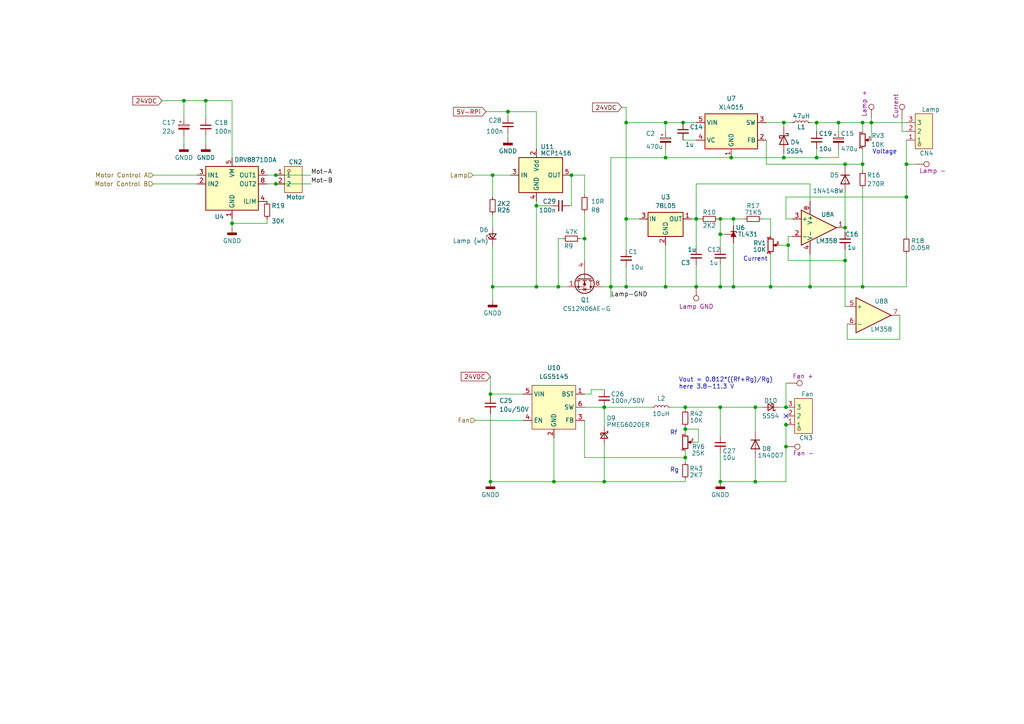
<source format=kicad_sch>
(kicad_sch (version 20230121) (generator eeschema)
  (paper "A4")
  (lib_symbols
    (symbol "Amplifier_Operational:LM358" (pin_names (offset 0.127))
      (property "Reference" "U" (at 0 5.08 0))
      (property "Value" "LM358" (at 0 -5.08 0))
      (symbol "LM358_1_1"
        (polyline (pts (xy -5.08 5.08) (xy 5.08 0) (xy -5.08 -5.08) (xy -5.08 5.08)) (stroke (width 0.254)) (fill (type background)))
        (pin output line (at 7.62 0 180) (length 2.54) (name "~") (number "1"))
        (pin input line (at -7.62 -2.54 0) (length 2.54) (name "-") (number "2"))
        (pin input line (at -7.62 2.54 0) (length 2.54) (name "+") (number "3"))
      )
      (symbol "LM358_2_1"
        (polyline (pts (xy -5.08 5.08) (xy 5.08 0) (xy -5.08 -5.08) (xy -5.08 5.08)) (stroke (width 0.254)) (fill (type background)))
        (pin input line (at -7.62 2.54 0) (length 2.54) (name "+") (number "5"))
        (pin input line (at -7.62 -2.54 0) (length 2.54) (name "-") (number "6"))
        (pin output line (at 7.62 0 180) (length 2.54) (name "~") (number "7"))
      )
      (symbol "LM358_3_1"
        (pin power_in line (at -2.54 -7.62 90) (length 3.81) (name "V-") (number "4"))
        (pin power_in line (at -2.54 7.62 270) (length 3.81) (name "V+") (number "8"))
      )
    )
    (symbol "Device:C_Polarized_Small" (pin_numbers hide) (pin_names (offset 0.254) hide)
      (property "Reference" "C" (at 0.254 1.778 0))
      (property "Value" "C_Polarized_Small" (at 0.254 -2.032 0))
      (symbol "C_Polarized_Small_0_1"
        (rectangle (start -1.524 -0.3048) (end 1.524 -0.6858) (fill (type outline)))
        (rectangle (start -1.524 0.6858) (end 1.524 0.3048))
        (polyline (pts (xy -1.27 1.524) (xy -0.762 1.524)))
        (polyline (pts (xy -1.016 1.27) (xy -1.016 1.778)))
      )
      (symbol "C_Polarized_Small_1_1"
        (pin passive line (at 0 2.54 270) (length 1.8542) (name "~") (number "1"))
        (pin passive line (at 0 -2.54 90) (length 1.8542) (name "~") (number "2"))
      )
    )
    (symbol "Device:C_Small" (pin_numbers hide) (pin_names (offset 0.254) hide)
      (property "Reference" "C" (at 0.254 1.778 0))
      (property "Value" "C_Small" (at 0.254 -2.032 0))
      (symbol "C_Small_0_1"
        (polyline (pts (xy -1.524 -0.508) (xy 1.524 -0.508)) (stroke (width 0.3302)))
        (polyline (pts (xy -1.524 0.508) (xy 1.524 0.508)) (stroke (width 0.3048)))
      )
      (symbol "C_Small_1_1"
        (pin passive line (at 0 2.54 270) (length 2.032) (name "~") (number "1"))
        (pin passive line (at 0 -2.54 90) (length 2.032) (name "~") (number "2"))
      )
    )
    (symbol "Device:D_Schottky" (pin_numbers hide) (pin_names (offset 1.016) hide)
      (property "Reference" "D" (at 0 2.54 0))
      (property "Value" "D_Schottky" (at 0 -2.54 0))
      (symbol "D_Schottky_0_1"
        (polyline (pts (xy 1.27 0) (xy -1.27 0)))
        (polyline (pts (xy 1.27 1.27) (xy 1.27 -1.27) (xy -1.27 0) (xy 1.27 1.27)) (stroke (width 0.254)))
        (polyline (pts (xy -1.905 0.635) (xy -1.905 1.27) (xy -1.27 1.27) (xy -1.27 -1.27) (xy -0.635 -1.27) (xy -0.635 -0.635)) (stroke (width 0.254)))
      )
      (symbol "D_Schottky_1_1"
        (pin passive line (at -3.81 0 0) (length 2.54) (name "K") (number "1"))
        (pin passive line (at 3.81 0 180) (length 2.54) (name "A") (number "2"))
      )
    )
    (symbol "Device:D_Schottky_Small" (pin_numbers hide) (pin_names (offset 0.254) hide)
      (property "Reference" "D" (at -1.27 2.032 0))
      (property "Value" "D_Schottky_Small" (at -7.112 -2.032 0))
      (symbol "D_Schottky_Small_0_1"
        (polyline (pts (xy -0.762 0) (xy 0.762 0)))
        (polyline (pts (xy 0.762 -1.016) (xy -0.762 0) (xy 0.762 1.016) (xy 0.762 -1.016)) (stroke (width 0.254)))
        (polyline (pts (xy -1.27 0.762) (xy -1.27 1.016) (xy -0.762 1.016) (xy -0.762 -1.016) (xy -0.254 -1.016) (xy -0.254 -0.762)) (stroke (width 0.254)))
      )
      (symbol "D_Schottky_Small_1_1"
        (pin passive line (at -2.54 0 0) (length 1.778) (name "K") (number "1"))
        (pin passive line (at 2.54 0 180) (length 1.778) (name "A") (number "2"))
      )
    )
    (symbol "Device:LED_Small" (pin_numbers hide) (pin_names (offset 0.254) hide)
      (property "Reference" "D" (at -1.27 3.175 0))
      (property "Value" "LED_Small" (at -4.445 -2.54 0))
      (symbol "LED_Small_0_1"
        (polyline (pts (xy -0.762 -1.016) (xy -0.762 1.016)) (stroke (width 0.254)))
        (polyline (pts (xy 1.016 0) (xy -0.762 0)))
        (polyline (pts (xy 0.762 -1.016) (xy -0.762 0) (xy 0.762 1.016) (xy 0.762 -1.016)) (stroke (width 0.254)))
        (polyline (pts (xy 0 0.762) (xy -0.508 1.27) (xy -0.254 1.27) (xy -0.508 1.27) (xy -0.508 1.016)))
        (polyline (pts (xy 0.508 1.27) (xy 0 1.778) (xy 0.254 1.778) (xy 0 1.778) (xy 0 1.524)))
      )
      (symbol "LED_Small_1_1"
        (pin passive line (at -2.54 0 0) (length 1.778) (name "K") (number "1"))
        (pin passive line (at 2.54 0 180) (length 1.778) (name "A") (number "2"))
      )
    )
    (symbol "Device:L_Small" (pin_numbers hide) (pin_names (offset 0.254) hide)
      (property "Reference" "L" (at 0.762 1.016 0))
      (property "Value" "L_Small" (at 0.762 -1.016 0))
      (symbol "L_Small_0_1"
        (arc (start 0 -2.032) (mid 0.5058 -1.524) (end 0 -1.016))
        (arc (start 0 -1.016) (mid 0.5058 -0.508) (end 0 0))
        (arc (start 0 0) (mid 0.5058 0.508) (end 0 1.016))
        (arc (start 0 1.016) (mid 0.5058 1.524) (end 0 2.032))
      )
      (symbol "L_Small_1_1"
        (pin passive line (at 0 2.54 270) (length 0.508) (name "~") (number "1"))
        (pin passive line (at 0 -2.54 90) (length 0.508) (name "~") (number "2"))
      )
    )
    (symbol "Device:R_Potentiometer_Small" (pin_names (offset 1.016) hide)
      (property "Reference" "RV" (at -4.445 0 90))
      (property "Value" "R_Potentiometer_Small" (at -2.54 0 90))
      (symbol "R_Potentiometer_Small_0_1"
        (polyline (pts (xy 0.889 0) (xy 0.635 0) (xy 1.651 0.381) (xy 1.651 -0.381) (xy 0.635 0) (xy 0.889 0)) (fill (type outline)))
        (rectangle (start 0.762 1.8034) (end -0.762 -1.8034) (stroke (width 0.254)))
      )
      (symbol "R_Potentiometer_Small_1_1"
        (pin passive line (at 0 2.54 270) (length 0.635) (name "1") (number "1"))
        (pin passive line (at 2.54 0 180) (length 0.9906) (name "2") (number "2"))
        (pin passive line (at 0 -2.54 90) (length 0.635) (name "3") (number "3"))
      )
    )
    (symbol "Device:R_Small" (pin_numbers hide) (pin_names (offset 0.254) hide)
      (property "Reference" "R" (at 0.762 0.508 0))
      (property "Value" "R_Small" (at 0.762 -1.016 0))
      (symbol "R_Small_0_1"
        (rectangle (start -0.762 1.778) (end 0.762 -1.778) (stroke (width 0.2032)))
      )
      (symbol "R_Small_1_1"
        (pin passive line (at 0 2.54 270) (length 0.762) (name "~") (number "1"))
        (pin passive line (at 0 -2.54 90) (length 0.762) (name "~") (number "2"))
      )
    )
    (symbol "Diode:1N4001" (pin_numbers hide) (pin_names hide)
      (property "Reference" "D" (at 0 2.54 0))
      (property "Value" "1N4001" (at 0 -2.54 0))
      (symbol "1N4001_0_1"
        (polyline (pts (xy -1.27 1.27) (xy -1.27 -1.27)) (stroke (width 0.254)))
        (polyline (pts (xy 1.27 0) (xy -1.27 0)))
        (polyline (pts (xy 1.27 1.27) (xy 1.27 -1.27) (xy -1.27 0) (xy 1.27 1.27)) (stroke (width 0.254)))
      )
      (symbol "1N4001_1_1"
        (pin passive line (at -3.81 0 0) (length 2.54) (name "K") (number "1"))
        (pin passive line (at 3.81 0 180) (length 2.54) (name "A") (number "2"))
      )
    )
    (symbol "Diode:1N4448W" (pin_numbers hide) (pin_names hide)
      (property "Reference" "D" (at 0 2.54 0))
      (property "Value" "1N4448W" (at 0 -2.54 0))
      (symbol "1N4448W_0_1"
        (polyline (pts (xy -1.27 1.27) (xy -1.27 -1.27)) (stroke (width 0.254)))
        (polyline (pts (xy 1.27 0) (xy -1.27 0)))
        (polyline (pts (xy 1.27 1.27) (xy 1.27 -1.27) (xy -1.27 0) (xy 1.27 1.27)) (stroke (width 0.254)))
      )
      (symbol "1N4448W_1_1"
        (pin passive line (at -3.81 0 0) (length 2.54) (name "K") (number "1"))
        (pin passive line (at 3.81 0 180) (length 2.54) (name "A") (number "2"))
      )
    )
    (symbol "Driver_FET:MCP1416"
      (property "Reference" "U11" (at 3.175 8.255 0))
      (property "Value" "MCP1416" (at 5.715 6.35 0))
      (symbol "MCP1416_0_1"
        (rectangle (start -5.08 5.08) (end 7.62 -5.08) (stroke (width 0.254)) (fill (type background)))
      )
      (symbol "MCP1416_1_1"
        (pin power_in line (at 7.62 -2.54 180) (length 2.54) hide (name "GND") (number "1"))
        (pin power_in line (at 0 7.62 270) (length 2.54) (name "Vdd") (number "2"))
        (pin input line (at -7.62 0 0) (length 2.54) (name "IN") (number "3"))
        (pin power_in line (at 0 -7.62 90) (length 2.54) (name "GND") (number "4"))
        (pin output line (at 10.16 0 180) (length 2.54) (name "OUT") (number "5"))
      )
    )
    (symbol "Driver_Motor:DRV8871DDA"
      (property "Reference" "U" (at -6.35 6.35 0))
      (property "Value" "DRV8871DDA" (at 8.89 6.35 0))
      (symbol "DRV8871DDA_0_1"
        (rectangle (start -7.62 5.08) (end 7.62 -7.62) (stroke (width 0.254)) (fill (type background)))
      )
      (symbol "DRV8871DDA_1_1"
        (pin power_in line (at 0 -10.16 90) (length 2.54) (name "GND") (number "1"))
        (pin input line (at -10.16 0 0) (length 2.54) (name "IN2") (number "2"))
        (pin input line (at -10.16 2.54 0) (length 2.54) (name "IN1") (number "3"))
        (pin passive line (at 10.16 -5.08 180) (length 2.54) (name "ILIM") (number "4"))
        (pin power_in line (at 0 7.62 270) (length 2.54) (name "VM") (number "5"))
        (pin output line (at 10.16 2.54 180) (length 2.54) (name "OUT1") (number "6"))
        (pin passive line (at 0 -10.16 90) (length 2.54) hide (name "GND") (number "7"))
        (pin output line (at 10.16 0 180) (length 2.54) (name "OUT2") (number "8"))
        (pin passive line (at 0 -10.16 90) (length 2.54) hide (name "GND") (number "9"))
      )
    )
    (symbol "Peacemans_Teile:TestPoint_named" (pin_numbers hide) (pin_names (offset 0.762) hide)
      (symbol "TestPoint_named_0_1"
        (circle (center 0 3.302) (radius 0.762))
      )
      (symbol "TestPoint_named_1_1"
        (pin passive line (at 0 0 90) (length 2.54) (name "1") (number "1"))
      )
    )
    (symbol "Reference_Voltage:TL431DBZ" (pin_numbers hide) (pin_names hide)
      (property "Reference" "U" (at -2.54 2.54 0))
      (property "Value" "TL431DBZ" (at 0 -2.54 0))
      (symbol "TL431DBZ_0_1"
        (polyline (pts (xy -1.27 0) (xy 0 0) (xy 1.27 0)))
        (polyline (pts (xy -0.762 0.762) (xy 0.762 0) (xy -0.762 -0.762)) (fill (type outline)))
        (polyline (pts (xy 0.508 -1.016) (xy 0.762 -0.762) (xy 0.762 0.762) (xy 0.762 0.762)) (stroke (width 0.254)))
      )
      (symbol "TL431DBZ_1_1"
        (pin passive line (at 2.54 0 180) (length 2.54) (name "K") (number "1"))
        (pin passive line (at 0 2.54 270) (length 2.54) (name "REF") (number "2"))
        (pin passive line (at -2.54 0 0) (length 2.54) (name "A") (number "3"))
      )
    )
    (symbol "Regulator_Linear:L78L05_SOT89" (pin_names (offset 0.254))
      (property "Reference" "U" (at -3.81 3.175 0))
      (property "Value" "L78L05_SOT89" (at -0.635 3.175 0))
      (symbol "L78L05_SOT89_0_1"
        (rectangle (start -5.08 1.905) (end 5.08 -5.08) (stroke (width 0.254)) (fill (type background)))
      )
      (symbol "L78L05_SOT89_1_1"
        (pin power_out line (at 7.62 0 180) (length 2.54) (name "OUT") (number "1"))
        (pin power_in line (at 0 -7.62 90) (length 2.54) (name "GND") (number "2"))
        (pin power_in line (at -7.62 0 0) (length 2.54) (name "IN") (number "3"))
      )
    )
    (symbol "Regulator_Switching:XL4015"
      (property "Reference" "U?" (at -6.35 6.35 0))
      (property "Value" "XL4015" (at 6.35 6.35 0))
      (symbol "XL4015_0_1"
        (rectangle (start -7.62 5.08) (end 7.62 -5.08) (stroke (width 0.254)) (fill (type background)))
      )
      (symbol "XL4015_1_1"
        (pin power_in line (at 0 -7.62 90) (length 2.54) (name "GND") (number "1"))
        (pin input line (at 10.16 -2.54 180) (length 2.54) (name "FB") (number "2"))
        (pin power_out line (at 10.16 2.54 180) (length 2.54) (name "SW") (number "3"))
        (pin input line (at -10.16 -2.54 0) (length 2.54) (name "VC") (number "4"))
        (pin power_in line (at -10.16 2.54 0) (length 2.54) (name "VIN") (number "5"))
      )
    )
    (symbol "Transistor_FET:IRF7403" (pin_names hide)
      (property "Reference" "Q" (at 5.08 2.54 0))
      (property "Value" "IRF7403" (at 5.08 0 0))
      (symbol "IRF7403_0_1"
        (polyline (pts (xy 0.254 0) (xy -2.54 0)))
        (polyline (pts (xy 0.254 1.905) (xy 0.254 -1.905)) (stroke (width 0.254)))
        (polyline (pts (xy 0.762 -1.27) (xy 0.762 -2.286)) (stroke (width 0.254)))
        (polyline (pts (xy 0.762 0.508) (xy 0.762 -0.508)) (stroke (width 0.254)))
        (polyline (pts (xy 0.762 2.286) (xy 0.762 1.27)) (stroke (width 0.254)))
        (polyline (pts (xy 2.54 2.54) (xy 2.54 1.778)))
        (polyline (pts (xy 2.54 -2.54) (xy 2.54 0) (xy 0.762 0)))
        (polyline (pts (xy 0.762 -1.778) (xy 3.302 -1.778) (xy 3.302 1.778) (xy 0.762 1.778)))
        (polyline (pts (xy 1.016 0) (xy 2.032 0.381) (xy 2.032 -0.381) (xy 1.016 0)) (fill (type outline)))
        (polyline (pts (xy 2.794 0.508) (xy 2.921 0.381) (xy 3.683 0.381) (xy 3.81 0.254)))
        (polyline (pts (xy 3.302 0.381) (xy 2.921 -0.254) (xy 3.683 -0.254) (xy 3.302 0.381)))
        (circle (center 1.651 0) (radius 2.794) (stroke (width 0.254)))
        (circle (center 2.54 -1.778) (radius 0.254) (fill (type outline)))
        (circle (center 2.54 1.778) (radius 0.254) (fill (type outline)))
      )
      (symbol "IRF7403_1_1"
        (pin passive line (at 2.54 -5.08 90) (length 2.54) (name "S") (number "1"))
        (pin passive line (at 2.54 -5.08 90) (length 2.54) hide (name "S") (number "2"))
        (pin passive line (at 2.54 -5.08 90) (length 2.54) hide (name "S") (number "3"))
        (pin input line (at -5.08 0 0) (length 2.54) (name "G") (number "4"))
        (pin passive line (at 2.54 5.08 270) (length 2.54) hide (name "D") (number "5"))
        (pin passive line (at 2.54 5.08 270) (length 2.54) hide (name "D") (number "6"))
        (pin passive line (at 2.54 5.08 270) (length 2.54) hide (name "D") (number "7"))
        (pin passive line (at 2.54 5.08 270) (length 2.54) (name "D") (number "8"))
      )
    )
    (symbol "easyeda2kicad:KF141R-2.54-3P"
      (property "Reference" "CN" (at 0 7.62 0))
      (property "Value" "KF141R-2.54-3P" (at 0 -7.62 0))
      (symbol "KF141R-2.54-3P_0_1"
        (rectangle (start -2.54 5.08) (end 2.54 -5.08) (fill (type background)))
        (circle (center -1.27 3.81) (radius 0.38))
        (pin passive line (at -5.08 2.54 0) (length 2.54) (name "1") (number "1"))
        (pin passive line (at -5.08 0 0) (length 2.54) (name "2") (number "2"))
        (pin passive line (at -5.08 -2.54 0) (length 2.54) (name "3") (number "3"))
      )
    )
    (symbol "easyeda2kicad:KF142R-5.08-2P"
      (property "Reference" "CN" (at 0 6.35 0))
      (property "Value" "KF142R-5.08-2P" (at 0 -6.35 0))
      (symbol "KF142R-5.08-2P_0_1"
        (rectangle (start -2.54 3.81) (end 2.54 -3.81) (fill (type background)))
        (circle (center -1.27 2.54) (radius 0.38))
        (pin passive line (at -5.08 1.27 0) (length 2.54) (name "1") (number "1"))
        (pin passive line (at -5.08 -1.27 0) (length 2.54) (name "2") (number "2"))
      )
    )
    (symbol "easyeda2kicad:LGS5145"
      (property "Reference" "U" (at 0 8.89 0))
      (property "Value" "LGS5145" (at 5.08 -6.35 0))
      (symbol "LGS5145_0_1"
        (rectangle (start -6.35 7.62) (end 6.35 -5.08) (fill (type background)))
        (pin output line (at 8.89 5.08 180) (length 2.54) (name "BST") (number "1"))
        (pin power_in line (at 0 -7.62 90) (length 2.54) (name "GND") (number "2"))
        (pin input line (at 8.89 -2.54 180) (length 2.54) (name "FB") (number "3"))
        (pin input line (at -8.89 -2.54 0) (length 2.54) (name "EN") (number "4"))
        (pin power_in line (at -8.89 5.08 0) (length 2.54) (name "VIN") (number "5"))
        (pin power_out line (at 8.89 1.27 180) (length 2.54) (name "SW") (number "6"))
      )
    )
    (symbol "power:GNDD" (power) (pin_names (offset 0))
      (property "Value" "GNDD" (at 0 -3.175 0))
      (symbol "GNDD_0_1"
        (rectangle (start -1.27 -1.524) (end 1.27 -2.032) (stroke (width 0.254)) (fill (type outline)))
        (polyline (pts (xy 0 0) (xy 0 -1.524)))
      )
      (symbol "GNDD_1_1"
        (pin power_in line (at 0 0 270) (length 0) hide (name "GNDD") (number "1"))
      )
    )
  )
  (junction (at 245.11 66.04))
  (junction (at 80.01 50.8))
  (junction (at 201.93 63.5))
  (junction (at 59.69 29.21))
  (junction (at 142.875 50.8))
  (junction (at 212.725 83.185))
  (junction (at 227.965 123.19))
  (junction (at 236.855 45.72))
  (junction (at 181.61 83.185))
  (junction (at 193.04 83.185))
  (junction (at 155.575 83.185))
  (junction (at 198.12 35.56))
  (junction (at 208.915 139.7))
  (junction (at 250.19 83.185))
  (junction (at 245.11 47.625))
  (junction (at 219.075 118.11))
  (junction (at 169.545 69.215))
  (junction (at 250.19 35.56))
  (junction (at 212.725 63.5))
  (junction (at 262.89 57.15))
  (junction (at 198.755 118.11))
  (junction (at 243.205 35.56))
  (junction (at 175.26 118.11))
  (junction (at 142.875 83.185))
  (junction (at 201.93 83.185))
  (junction (at 208.915 63.5))
  (junction (at 227.33 35.56))
  (junction (at 165.735 50.8))
  (junction (at 208.915 83.185))
  (junction (at 234.95 83.185))
  (junction (at 67.31 64.77))
  (junction (at 250.19 47.625))
  (junction (at 155.575 59.69))
  (junction (at 245.11 75.565))
  (junction (at 198.755 132.715))
  (junction (at 236.855 35.56))
  (junction (at 193.04 35.56))
  (junction (at 147.32 32.385))
  (junction (at 160.655 139.7))
  (junction (at 181.61 35.56))
  (junction (at 208.915 67.945))
  (junction (at 193.04 45.72))
  (junction (at 181.61 63.5))
  (junction (at 53.34 29.21))
  (junction (at 142.24 139.7))
  (junction (at 198.755 124.46))
  (junction (at 227.33 45.72))
  (junction (at 142.24 114.3))
  (junction (at 80.01 53.34))
  (junction (at 227.965 129.54))
  (junction (at 208.915 118.11))
  (junction (at 252.73 35.56))
  (junction (at 175.26 139.7))
  (junction (at 223.52 83.185))
  (junction (at 228.6 71.12))
  (junction (at 262.89 47.625))
  (junction (at 177.165 83.185))
  (junction (at 161.925 83.185))
  (junction (at 212.09 45.72))
  (junction (at 227.965 118.11))
  (junction (at 219.075 139.7))
  (no_connect (at 227.965 120.65))
  (wire (pts (xy 67.31 64.77) (xy 77.47 64.77)))
  (wire (pts (xy 165.735 59.69) (xy 165.1 59.69)))
  (wire (pts (xy 147.32 33.655) (xy 147.32 32.385)))
  (wire (pts (xy 245.11 47.625) (xy 245.11 48.26)))
  (wire (pts (xy 223.52 73.66) (xy 223.52 83.185)))
  (wire (pts (xy 236.855 45.72) (xy 236.855 43.18)))
  (wire (pts (xy 212.725 70.485) (xy 212.725 83.185)))
  (wire (pts (xy 262.89 47.625) (xy 262.89 57.15)))
  (wire (pts (xy 227.965 111.125) (xy 227.965 118.11)))
  (wire (pts (xy 198.755 130.81) (xy 198.755 132.715)))
  (wire (pts (xy 227.965 57.15) (xy 262.89 57.15)))
  (wire (pts (xy 208.915 67.945) (xy 210.185 67.945)))
  (wire (pts (xy 198.755 139.7) (xy 198.755 139.065)))
  (wire (pts (xy 155.575 58.42) (xy 155.575 59.69)))
  (wire (pts (xy 261.62 34.29) (xy 261.62 38.1)))
  (wire (pts (xy 67.31 64.77) (xy 67.31 66.04)))
  (wire (pts (xy 181.61 35.56) (xy 193.04 35.56)))
  (wire (pts (xy 222.25 35.56) (xy 227.33 35.56)))
  (wire (pts (xy 250.19 83.185) (xy 262.89 83.185)))
  (wire (pts (xy 77.47 50.8) (xy 80.01 50.8)))
  (wire (pts (xy 198.755 132.715) (xy 198.755 133.985)))
  (wire (pts (xy 80.01 50.8) (xy 90.17 50.8)))
  (wire (pts (xy 142.24 120.015) (xy 142.24 139.7)))
  (wire (pts (xy 142.875 50.8) (xy 147.955 50.8)))
  (wire (pts (xy 164.465 83.185) (xy 161.925 83.185)))
  (wire (pts (xy 80.01 53.34) (xy 90.17 53.34)))
  (wire (pts (xy 137.795 121.92) (xy 151.765 121.92)))
  (wire (pts (xy 193.04 45.72) (xy 177.165 45.72)))
  (wire (pts (xy 250.19 38.1) (xy 250.19 35.56)))
  (wire (pts (xy 198.755 125.73) (xy 198.755 124.46)))
  (wire (pts (xy 175.26 139.7) (xy 198.755 139.7)))
  (wire (pts (xy 228.6 71.12) (xy 228.6 75.565)))
  (wire (pts (xy 229.87 63.5) (xy 227.965 63.5)))
  (wire (pts (xy 243.205 38.1) (xy 243.205 35.56)))
  (wire (pts (xy 67.31 29.21) (xy 67.31 45.72)))
  (wire (pts (xy 227.33 35.56) (xy 229.87 35.56)))
  (wire (pts (xy 175.26 118.11) (xy 189.23 118.11)))
  (wire (pts (xy 59.69 29.21) (xy 59.69 34.29)))
  (wire (pts (xy 245.11 66.04) (xy 245.11 67.31)))
  (wire (pts (xy 234.95 73.66) (xy 234.95 83.185)))
  (wire (pts (xy 169.545 114.3) (xy 171.45 114.3)))
  (wire (pts (xy 77.47 53.34) (xy 80.01 53.34)))
  (wire (pts (xy 181.61 31.115) (xy 181.61 35.56)))
  (wire (pts (xy 181.61 63.5) (xy 185.42 63.5)))
  (wire (pts (xy 260.985 91.44) (xy 260.985 98.425)))
  (wire (pts (xy 250.19 35.56) (xy 252.73 35.56)))
  (wire (pts (xy 243.205 35.56) (xy 250.19 35.56)))
  (wire (pts (xy 155.575 32.385) (xy 155.575 43.18)))
  (wire (pts (xy 198.12 40.64) (xy 201.93 40.64)))
  (wire (pts (xy 171.45 114.3) (xy 171.45 113.03)))
  (wire (pts (xy 208.915 131.445) (xy 208.915 139.7)))
  (wire (pts (xy 140.97 32.385) (xy 147.32 32.385)))
  (wire (pts (xy 169.545 121.92) (xy 169.545 132.715)))
  (wire (pts (xy 261.62 38.1) (xy 262.89 38.1)))
  (wire (pts (xy 169.545 118.11) (xy 175.26 118.11)))
  (wire (pts (xy 169.545 69.215) (xy 169.545 75.565)))
  (wire (pts (xy 208.915 63.5) (xy 212.725 63.5)))
  (wire (pts (xy 201.295 128.27) (xy 202.565 128.27)))
  (wire (pts (xy 243.205 45.72) (xy 243.205 43.18)))
  (wire (pts (xy 169.545 132.715) (xy 198.755 132.715)))
  (wire (pts (xy 245.11 47.625) (xy 250.19 47.625)))
  (wire (pts (xy 208.28 63.5) (xy 208.915 63.5)))
  (wire (pts (xy 202.565 128.27) (xy 202.565 124.46)))
  (wire (pts (xy 171.45 113.03) (xy 175.26 113.03)))
  (wire (pts (xy 53.34 29.21) (xy 53.34 34.29)))
  (wire (pts (xy 229.87 68.58) (xy 228.6 68.58)))
  (wire (pts (xy 262.89 73.66) (xy 262.89 83.185)))
  (wire (pts (xy 226.06 118.11) (xy 227.965 118.11)))
  (wire (pts (xy 181.61 77.47) (xy 181.61 83.185)))
  (wire (pts (xy 175.26 123.825) (xy 175.26 118.11)))
  (wire (pts (xy 198.755 123.825) (xy 198.755 124.46)))
  (wire (pts (xy 208.915 67.945) (xy 208.915 71.755)))
  (wire (pts (xy 142.875 83.185) (xy 155.575 83.185)))
  (wire (pts (xy 169.545 69.215) (xy 168.275 69.215)))
  (wire (pts (xy 227.33 44.45) (xy 227.33 45.72)))
  (wire (pts (xy 245.11 75.565) (xy 245.11 88.9)))
  (wire (pts (xy 193.04 38.1) (xy 193.04 35.56)))
  (wire (pts (xy 155.575 59.69) (xy 160.02 59.69)))
  (wire (pts (xy 201.93 63.5) (xy 201.93 71.755)))
  (wire (pts (xy 44.45 53.34) (xy 57.15 53.34)))
  (wire (pts (xy 198.755 118.745) (xy 198.755 118.11)))
  (wire (pts (xy 201.93 63.5) (xy 203.2 63.5)))
  (wire (pts (xy 212.725 63.5) (xy 212.725 65.405)))
  (wire (pts (xy 201.93 76.835) (xy 201.93 83.185)))
  (wire (pts (xy 223.52 83.185) (xy 234.95 83.185)))
  (wire (pts (xy 208.915 76.835) (xy 208.915 83.185)))
  (wire (pts (xy 142.875 62.23) (xy 142.875 66.04)))
  (wire (pts (xy 245.11 88.9) (xy 245.745 88.9)))
  (wire (pts (xy 169.545 50.8) (xy 169.545 56.515)))
  (wire (pts (xy 227.965 63.5) (xy 227.965 57.15)))
  (wire (pts (xy 142.24 109.22) (xy 142.24 114.3)))
  (wire (pts (xy 163.195 69.215) (xy 161.925 69.215)))
  (wire (pts (xy 236.855 38.1) (xy 236.855 35.56)))
  (wire (pts (xy 201.93 53.34) (xy 234.95 53.34)))
  (wire (pts (xy 227.965 123.19) (xy 227.965 129.54)))
  (wire (pts (xy 147.32 40.005) (xy 147.32 38.735)))
  (wire (pts (xy 223.52 63.5) (xy 223.52 68.58)))
  (wire (pts (xy 252.73 40.64) (xy 252.73 35.56)))
  (wire (pts (xy 227.33 36.83) (xy 227.33 35.56)))
  (wire (pts (xy 245.745 98.425) (xy 260.985 98.425)))
  (wire (pts (xy 208.915 118.11) (xy 208.915 126.365)))
  (wire (pts (xy 234.95 35.56) (xy 236.855 35.56)))
  (wire (pts (xy 250.19 54.61) (xy 250.19 83.185)))
  (wire (pts (xy 227.965 122.555) (xy 227.965 123.19)))
  (wire (pts (xy 245.745 93.98) (xy 245.745 98.425)))
  (wire (pts (xy 193.04 35.56) (xy 198.12 35.56)))
  (wire (pts (xy 53.34 41.91) (xy 53.34 39.37)))
  (wire (pts (xy 77.47 63.5) (xy 77.47 64.77)))
  (wire (pts (xy 67.31 63.5) (xy 67.31 64.77)))
  (wire (pts (xy 142.875 50.8) (xy 142.875 57.15)))
  (wire (pts (xy 155.575 59.69) (xy 155.575 83.185)))
  (wire (pts (xy 219.075 132.715) (xy 219.075 139.7)))
  (wire (pts (xy 212.725 83.185) (xy 223.52 83.185)))
  (wire (pts (xy 219.075 118.11) (xy 220.98 118.11)))
  (wire (pts (xy 177.165 45.72) (xy 177.165 83.185)))
  (wire (pts (xy 212.725 63.5) (xy 215.9 63.5)))
  (wire (pts (xy 208.915 63.5) (xy 208.915 67.945)))
  (wire (pts (xy 59.69 41.91) (xy 59.69 39.37)))
  (wire (pts (xy 161.925 69.215) (xy 161.925 83.185)))
  (wire (pts (xy 219.075 139.7) (xy 208.915 139.7)))
  (wire (pts (xy 245.11 55.88) (xy 245.11 66.04)))
  (wire (pts (xy 53.34 29.21) (xy 59.69 29.21)))
  (wire (pts (xy 212.09 45.72) (xy 227.33 45.72)))
  (wire (pts (xy 160.655 139.7) (xy 142.24 139.7)))
  (wire (pts (xy 227.965 129.54) (xy 227.965 139.7)))
  (wire (pts (xy 262.89 47.625) (xy 265.43 47.625)))
  (wire (pts (xy 175.26 128.905) (xy 175.26 139.7)))
  (wire (pts (xy 226.06 71.12) (xy 228.6 71.12)))
  (wire (pts (xy 59.69 29.21) (xy 67.31 29.21)))
  (wire (pts (xy 193.04 45.72) (xy 212.09 45.72)))
  (wire (pts (xy 228.6 68.58) (xy 228.6 71.12)))
  (wire (pts (xy 201.93 83.185) (xy 208.915 83.185)))
  (wire (pts (xy 201.93 53.34) (xy 201.93 63.5)))
  (wire (pts (xy 142.24 114.935) (xy 142.24 114.3)))
  (wire (pts (xy 219.075 118.11) (xy 219.075 125.095)))
  (wire (pts (xy 193.04 43.18) (xy 193.04 45.72)))
  (wire (pts (xy 245.11 75.565) (xy 228.6 75.565)))
  (wire (pts (xy 142.875 83.185) (xy 142.875 86.995)))
  (wire (pts (xy 200.66 63.5) (xy 201.93 63.5)))
  (wire (pts (xy 222.25 40.64) (xy 222.25 47.625)))
  (wire (pts (xy 202.565 124.46) (xy 198.755 124.46)))
  (wire (pts (xy 165.735 50.8) (xy 165.735 59.69)))
  (wire (pts (xy 208.915 83.185) (xy 212.725 83.185)))
  (wire (pts (xy 252.73 34.29) (xy 252.73 35.56)))
  (wire (pts (xy 46.99 29.21) (xy 53.34 29.21)))
  (wire (pts (xy 228.6 111.125) (xy 227.965 111.125)))
  (wire (pts (xy 177.165 83.185) (xy 181.61 83.185)))
  (wire (pts (xy 198.12 35.56) (xy 201.93 35.56)))
  (wire (pts (xy 245.11 72.39) (xy 245.11 75.565)))
  (wire (pts (xy 180.34 31.115) (xy 181.61 31.115)))
  (wire (pts (xy 165.735 50.8) (xy 169.545 50.8)))
  (wire (pts (xy 137.16 50.8) (xy 142.875 50.8)))
  (wire (pts (xy 222.25 47.625) (xy 245.11 47.625)))
  (wire (pts (xy 250.19 47.625) (xy 250.19 49.53)))
  (wire (pts (xy 252.73 35.56) (xy 262.89 35.56)))
  (wire (pts (xy 181.61 63.5) (xy 181.61 72.39)))
  (wire (pts (xy 194.31 118.11) (xy 198.755 118.11)))
  (wire (pts (xy 234.95 83.185) (xy 250.19 83.185)))
  (wire (pts (xy 169.545 61.595) (xy 169.545 69.215)))
  (wire (pts (xy 193.04 83.185) (xy 201.93 83.185)))
  (wire (pts (xy 193.04 71.12) (xy 193.04 83.185)))
  (wire (pts (xy 236.855 45.72) (xy 243.205 45.72)))
  (wire (pts (xy 220.98 63.5) (xy 223.52 63.5)))
  (wire (pts (xy 234.95 53.34) (xy 234.95 58.42)))
  (wire (pts (xy 174.625 83.185) (xy 177.165 83.185)))
  (wire (pts (xy 181.61 35.56) (xy 181.61 63.5)))
  (wire (pts (xy 142.24 114.3) (xy 151.765 114.3)))
  (wire (pts (xy 155.575 83.185) (xy 161.925 83.185)))
  (wire (pts (xy 198.755 118.11) (xy 208.915 118.11)))
  (wire (pts (xy 44.45 50.8) (xy 57.15 50.8)))
  (wire (pts (xy 227.33 45.72) (xy 236.855 45.72)))
  (wire (pts (xy 142.875 71.12) (xy 142.875 83.185)))
  (wire (pts (xy 227.965 139.7) (xy 219.075 139.7)))
  (wire (pts (xy 262.89 40.64) (xy 262.89 47.625)))
  (wire (pts (xy 181.61 83.185) (xy 193.04 83.185)))
  (wire (pts (xy 250.19 43.18) (xy 250.19 47.625)))
  (wire (pts (xy 160.655 127) (xy 160.655 139.7)))
  (wire (pts (xy 208.915 118.11) (xy 219.075 118.11)))
  (wire (pts (xy 262.89 57.15) (xy 262.89 68.58)))
  (wire (pts (xy 147.32 32.385) (xy 155.575 32.385)))
  (wire (pts (xy 236.855 35.56) (xy 243.205 35.56)))
  (wire (pts (xy 177.165 83.185) (xy 177.165 86.36)))
  (wire (pts (xy 175.26 139.7) (xy 160.655 139.7)))
  (text "Rg" (at 194.31 137.16 0) (effects (font (size 1.27 1.27)) (justify left bottom)))
  (text "Current" (at 215.519 75.946 0) (effects (font (size 1.27 1.27)) (justify left bottom)))
  (text "Rf" (at 194.31 126.365 0) (effects (font (size 1.27 1.27)) (justify left bottom)))
  (text "Vout = 0.812*((Rf+Rg)/Rg)\nhere 3.8-11.3 V" (at 196.85 113.03 0) (effects (font (size 1.27 1.27)) (justify left bottom)))
  (text "Voltage" (at 252.984 44.831 0) (effects (font (size 1.27 1.27)) (justify left bottom)))
  (label "Lamp-GND" (at 177.165 86.36 0))
  (label "Mot-B" (at 90.17 53.34 0))
  (label "Mot-A" (at 90.17 50.8 0))
  (global_label "24VDC" (shape input) (at 46.99 29.21 180) (property "Intersheetrefs" "${INTERSHEET_REFS}" (effects hide)))
  (global_label "24VDC" (shape input) (at 142.24 109.22 180) (property "Intersheetrefs" "${INTERSHEET_REFS}" (effects hide)))
  (global_label "24VDC" (shape input) (at 180.34 31.115 180) (property "Intersheetrefs" "${INTERSHEET_REFS}" (effects hide)))
  (global_label "5V-RPi" (shape input) (at 140.97 32.385 180) (property "Intersheetrefs" "${INTERSHEET_REFS}" (effects hide)))
  (hierarchical_label "Motor Control B" (shape input) (at 44.45 53.34 180))
  (hierarchical_label "Lamp" (shape input) (at 137.16 50.8 180))
  (hierarchical_label "Fan" (shape input) (at 137.795 121.92 180))
  (hierarchical_label "Motor Control A" (shape input) (at 44.45 50.8 180))
  (symbol (lib_id "Amplifier_Operational:LM358") (at 237.49 66.04 0) (unit 1)
    (property "Reference" "U8" (at 240.03 62.23 0))
    (property "Value" "LM358" (at 239.776 69.85 0))
    (property "Footprint" "Package_SO:SOIC-8_3.9x4.9mm_P1.27mm" (effects hide))
    (property "Datasheet" "https://datasheet.lcsc.com/lcsc/2304140030_onsemi-LM358DR2G_C7950.pdf" (effects hide))
    (property "Inventory" "B" (effects hide))
    (property "LCSC" "C7950" (effects hide))
  )
  (symbol (lib_id "Device:C_Polarized_Small") (at 243.205 40.64 0) (unit 1)
    (property "Reference" "C15" (at 243.84 38.735 0) (effects (justify left)))
    (property "Value" "470u" (at 243.84 43.18 0) (effects (justify left)))
    (property "Footprint" "easyeda2kicad:CAP-SMD_BD12.5-L13.0-W13.0-RD" (effects hide))
    (property "Datasheet" "https://datasheet.lcsc.com/lcsc/2208091830_ROQANG-RVT1H471M1213_C90272.pdf" (effects hide))
    (property "LCSC" "C90272" (effects hide))
    (property "Inventory" "E" (effects hide))
  )
  (symbol (lib_id "Device:R_Small") (at 169.545 59.055 180) (unit 1)
    (property "Reference" "R8" (at 172.72 60.96 0))
    (property "Value" "10R" (at 173.355 58.42 0))
    (property "Footprint" "Resistor_SMD:R_0805_2012Metric" (effects hide))
    (property "Datasheet" "https://datasheet.lcsc.com/lcsc/2206010216_UNI-ROYAL-Uniroyal-Elec-0805W8F100JT5E_C17415.pdf" (effects hide))
    (property "LCSC" "C17415" (effects hide))
    (property "Inventory" "B" (effects hide))
  )
  (symbol (lib_id "Device:R_Small") (at 77.47 60.96 0) (unit 1)
    (property "Reference" "R19" (at 78.74 59.69 0) (effects (justify left)))
    (property "Value" "30K" (at 78.74 64.135 0) (effects (justify left)))
    (property "Footprint" "Resistor_SMD:R_0805_2012Metric" (effects hide))
    (property "LCSC" "C17621" (effects hide))
    (property "Inventory" "B" (effects hide))
  )
  (symbol (lib_id "power:GNDD") (at 142.875 86.995 0) (unit 1)
    (property "Reference" "#PWR032" (effects hide))
    (property "Value" "GNDD" (at 142.875 90.805 0))
  )
  (symbol (lib_id "easyeda2kicad:KF141R-2.54-3P") (at 233.045 120.65 0) (mirror x) (unit 1)
    (property "Reference" "CN3" (at 231.775 127 0) (effects (justify left)))
    (property "Value" "Fan" (at 232.41 114.3 0) (effects (justify left)))
    (property "Footprint" "easyeda2kicad:CONN-TH_3P-P2.54_DIBO_DB141R-2.54-3P" (effects hide))
    (property "Datasheet" "https://lcsc.com/product-detail/New-Quadratic-Unclassified-Data_Cixi-Kefa-Elec-KF141R-2-54-3P_C475125.html" (effects hide))
    (property "LCSC" "C2898755" (effects hide))
    (property "Sim.Device" "C475125" (effects hide))
  )
  (symbol (lib_id "Device:C_Small") (at 236.855 40.64 0) (unit 1)
    (property "Reference" "C19" (at 237.49 38.735 0) (effects (justify left)))
    (property "Value" "10u" (at 237.49 43.18 0) (effects (justify left)))
    (property "Footprint" "Capacitor_SMD:C_0805_2012Metric" (effects hide))
    (property "Datasheet" "https://datasheet.lcsc.com/lcsc/2310251059_Murata-Electronics-GRM21BR61H106KE43L_C440198.pdf" (effects hide))
    (property "LCSC" "C440198" (effects hide))
    (property "Inventory" "B" (effects hide))
  )
  (symbol (lib_id "Device:C_Small") (at 181.61 74.93 0) (unit 1)
    (property "Reference" "C1" (at 182.245 73.025 0) (effects (justify left)))
    (property "Value" "10u" (at 182.88 77.47 0) (effects (justify left)))
    (property "Footprint" "Capacitor_SMD:C_0805_2012Metric" (effects hide))
    (property "Datasheet" "https://datasheet.lcsc.com/lcsc/2304140030_Samsung-Electro-Mechanics-CL21A106KAYNNNE_C15850.pdf" (effects hide))
    (property "LCSC" "C15850" (effects hide))
    (property "Inventory" "B" (effects hide))
  )
  (symbol (lib_id "Device:R_Small") (at 165.735 69.215 270) (unit 1)
    (property "Reference" "R9" (at 163.576 71.374 90) (effects (justify left)))
    (property "Value" "47K" (at 163.83 67.31 90) (effects (justify left)))
    (property "Footprint" "Resistor_SMD:R_0805_2012Metric" (effects hide))
    (property "LCSC" "C17713" (effects hide))
    (property "Inventory" "B" (effects hide))
  )
  (symbol (lib_id "Amplifier_Operational:LM358") (at 237.49 66.04 0) (unit 3)
    (property "Reference" "U8" (effects hide))
    (property "Value" "LM358" (effects hide))
    (property "Footprint" "Package_SO:SOIC-8_3.9x4.9mm_P1.27mm" (effects hide))
    (property "Datasheet" "https://datasheet.lcsc.com/lcsc/2304140030_onsemi-LM358DR2G_C7950.pdf" (effects hide))
    (property "Inventory" "B" (effects hide))
    (property "LCSC" "C7950" (effects hide))
  )
  (symbol (lib_id "Device:C_Small") (at 147.32 36.195 0) (unit 1)
    (property "Reference" "C28" (at 141.605 34.925 0) (effects (justify left)))
    (property "Value" "100n" (at 140.97 38.1 0) (effects (justify left)))
    (property "Footprint" "Capacitor_SMD:C_0402_1005Metric" (effects hide))
    (property "Datasheet" "https://datasheet.lcsc.com/lcsc/2304140030_Samsung-Electro-Mechanics-CL05B104KO5NNNC_C1525.pdf" (effects hide))
    (property "LCSC" "C1525" (effects hide))
    (property "Inventory" "B" (effects hide))
  )
  (symbol (lib_id "Device:D_Schottky") (at 227.33 40.64 270) (unit 1)
    (property "Reference" "D4" (at 229.235 41.275 90) (effects (justify left)))
    (property "Value" "SS54" (at 227.965 43.815 90) (effects (justify left)))
    (property "Footprint" "Diode_SMD:D_SMA" (effects hide))
    (property "Datasheet" "https://datasheet.lcsc.com/lcsc/2303141100_MDD-Microdiode-Electronics--SS54_C22452.pdf" (effects hide))
    (property "LCSC" "C22452" (effects hide))
    (property "Inventory" "B" (effects hide))
  )
  (symbol (lib_id "Device:D_Schottky_Small") (at 175.26 126.365 270) (unit 1)
    (property "Reference" "D9" (at 175.895 121.285 90) (effects (justify left)))
    (property "Value" "PMEG6020ER" (at 175.895 123.19 90) (effects (justify left)))
    (property "Footprint" "Diode_SMD:D_SOD-123F" (effects hide))
    (property "Datasheet" "https://datasheet.lcsc.com/lcsc/2101281809_Shikues-PMEG6020ER_C2687553.pdf" (effects hide))
    (property "Inventory" "E" (effects hide))
    (property "LCSC" "C2687553" (effects hide))
  )
  (symbol (lib_id "Device:R_Small") (at 205.74 63.5 90) (unit 1)
    (property "Reference" "R10" (at 205.74 61.595 90))
    (property "Value" "2K2" (at 205.74 65.405 90))
    (property "Footprint" "Resistor_SMD:R_0805_2012Metric" (effects hide))
    (property "Inventory" "B" (effects hide))
    (property "LCSC" "C17520" (effects hide))
  )
  (symbol (lib_id "Peacemans_Teile:TestPoint_named") (at 227.965 129.54 270) (unit 1)
    (property "Reference" "TP17" (effects hide))
    (property "Value" "TestPoint" (effects hide))
    (property "Footprint" "Peacemans_Footprints:TestPoint_THTPad_1.5x1.5mm_Drill0.7mm_named" (effects hide))
    (property "TP_Label" "Fan -" (at 233.045 131.445 90))
  )
  (symbol (lib_id "Peacemans_Teile:TestPoint_named") (at 252.73 34.29 0) (unit 1)
    (property "Reference" "TP15" (effects hide))
    (property "Value" "TestPoint" (effects hide))
    (property "Footprint" "Peacemans_Footprints:TestPoint_THTPad_1.5x1.5mm_Drill0.7mm_named" (effects hide))
    (property "TP_Label" "Lamp +" (at 250.698 29.972 90))
  )
  (symbol (lib_id "Driver_Motor:DRV8871DDA") (at 67.31 53.34 0) (unit 1)
    (property "Reference" "U4" (at 62.23 62.865 0) (effects (justify left)))
    (property "Value" "DRV8871DDA" (at 67.945 46.355 0) (effects (justify left)))
    (property "Footprint" "Package_SO:Texas_HTSOP-8-1EP_3.9x4.9mm_P1.27mm_EP2.95x4.9mm_Mask2.4x3.1mm_ThermalVias" (effects hide))
    (property "Datasheet" "http://www.ti.com/lit/ds/symlink/drv8871.pdf" (effects hide))
    (property "LCSC" "C75864" (effects hide))
    (property "Inventory" "E" (effects hide))
  )
  (symbol (lib_id "Device:L_Small") (at 191.77 118.11 90) (unit 1)
    (property "Reference" "L2" (at 191.77 115.57 90))
    (property "Value" "10uH" (at 191.77 120.015 90))
    (property "Footprint" "easyeda2kicad:IND-SMD_L4.4-W4.2" (effects hide))
    (property "Datasheet" "https://datasheet.lcsc.com/lcsc/2310241505_Sunlord-MWSA0402S-100MT_C408339.pdf" (effects hide))
    (property "Inventory" "E" (effects hide))
    (property "LCSC" "C408339" (effects hide))
  )
  (symbol (lib_id "Peacemans_Teile:TestPoint_named") (at 201.93 83.185 180) (unit 1)
    (property "Reference" "TP9" (effects hide))
    (property "Value" "TestPoint" (effects hide))
    (property "Footprint" "Peacemans_Footprints:TestPoint_THTPad_1.5x1.5mm_Drill0.7mm_named" (effects hide))
    (property "TP_Label" "Lamp GND" (at 201.93 88.9 0))
  )
  (symbol (lib_id "power:GNDD") (at 142.24 139.7 0) (unit 1)
    (property "Reference" "#PWR034" (effects hide))
    (property "Value" "GNDD" (at 142.24 143.51 0))
  )
  (symbol (lib_id "Device:R_Potentiometer_Small") (at 250.19 40.64 0) (unit 1)
    (property "Reference" "RV3" (at 256.54 39.37 0) (effects (justify right)))
    (property "Value" "10K" (at 256.54 41.91 0) (effects (justify right)))
    (property "Footprint" "easyeda2kicad:RES-ADJ-TH_3P-L10.0-W10.0-P2.50-L" (effects hide))
    (property "Datasheet" "https://datasheet.lcsc.com/lcsc/1811071811_BOCHEN-Chengdu-Guosheng-Tech-3296W-1-103_C118954.pdf" (effects hide))
    (property "Inventory" "E" (effects hide))
    (property "LCSC" "C118954" (effects hide))
  )
  (symbol (lib_id "Reference_Voltage:TL431DBZ") (at 212.725 67.945 90) (unit 1)
    (property "Reference" "U6" (at 213.36 66.04 90) (effects (justify right)))
    (property "Value" "TL431" (at 213.995 67.945 90) (effects (justify right)))
    (property "Footprint" "Package_TO_SOT_SMD:SOT-23" (effects hide))
    (property "Datasheet" "http://www.ti.com/lit/ds/symlink/tl431.pdf" (effects hide))
    (property "Inventory" "E" (effects hide))
    (property "LCSC" "C181103" (effects hide))
  )
  (symbol (lib_id "power:GNDD") (at 147.32 40.005 0) (unit 1)
    (property "Reference" "#PWR028" (effects hide))
    (property "Value" "GNDD" (at 147.32 43.815 0))
  )
  (symbol (lib_id "Device:R_Potentiometer_Small") (at 223.52 71.12 0) (unit 1)
    (property "Reference" "RV1" (at 222.25 70.485 0) (effects (justify right)))
    (property "Value" "10K" (at 222.25 72.39 0) (effects (justify right)))
    (property "Footprint" "easyeda2kicad:RES-ADJ-TH_3P-L10.0-W10.0-P2.50-L" (effects hide))
    (property "Datasheet" "https://datasheet.lcsc.com/lcsc/1811071811_BOCHEN-Chengdu-Guosheng-Tech-3296W-1-103_C118954.pdf" (effects hide))
    (property "Inventory" "E" (effects hide))
    (property "LCSC" "C118954" (effects hide))
  )
  (symbol (lib_id "Device:R_Potentiometer_Small") (at 198.755 128.27 0) (unit 1)
    (property "Reference" "RV6" (at 204.47 129.54 0) (effects (justify right)))
    (property "Value" "25K" (at 204.47 131.445 0) (effects (justify right)))
    (property "Footprint" "easyeda2kicad:RES-ADJ-TH_3P-L10.0-W10.0-P2.50-L" (effects hide))
    (property "Datasheet" "https://datasheet.lcsc.com/lcsc/1811031921_BOCHEN-Chengdu-Guosheng-Tech-3296W-1-253_C118932.pdf" (effects hide))
    (property "Inventory" "E" (effects hide))
    (property "LCSC" "C118932" (effects hide))
  )
  (symbol (lib_id "Device:R_Small") (at 142.875 59.69 0) (unit 1)
    (property "Reference" "R26" (at 144.145 60.96 0) (effects (justify left)))
    (property "Value" "2K2" (at 144.145 59.055 0) (effects (justify left)))
    (property "Footprint" "Resistor_SMD:R_0805_2012Metric" (effects hide))
    (property "LCSC" "C17520" (effects hide))
    (property "Inventory" "B" (effects hide))
  )
  (symbol (lib_id "Peacemans_Teile:TestPoint_named") (at 265.43 47.625 270) (unit 1)
    (property "Reference" "TP14" (effects hide))
    (property "Value" "TestPoint" (effects hide))
    (property "Footprint" "Peacemans_Footprints:TestPoint_THTPad_1.5x1.5mm_Drill0.7mm_named" (effects hide))
    (property "TP_Label" "Lamp -" (at 270.51 49.53 90))
  )
  (symbol (lib_id "Device:C_Polarized_Small") (at 53.34 36.83 0) (unit 1)
    (property "Reference" "C17" (at 46.99 35.56 0) (effects (justify left)))
    (property "Value" "22u" (at 46.99 38.1 0) (effects (justify left)))
    (property "Footprint" "Capacitor_SMD:CP_Elec_6.3x7.7" (effects hide))
    (property "Datasheet" "https://datasheet.lcsc.com/lcsc/2202251830_ROQANG-RT1J220M0607_C267472.pdf" (effects hide))
    (property "LCSC" "C267472" (effects hide))
    (property "Inventory" "E" (effects hide))
  )
  (symbol (lib_id "power:GNDD") (at 208.915 139.7 0) (unit 1)
    (property "Reference" "#PWR035" (effects hide))
    (property "Value" "GNDD" (at 208.915 143.51 0))
  )
  (symbol (lib_id "Device:R_Small") (at 198.755 136.525 180) (unit 1)
    (property "Reference" "R43" (at 201.93 135.89 0))
    (property "Value" "2K7" (at 201.93 137.795 0))
    (property "Footprint" "Resistor_SMD:R_0805_2012Metric" (effects hide))
    (property "Datasheet" "https://datasheet.lcsc.com/lcsc/2206010200_UNI-ROYAL-Uniroyal-Elec-0805W8F2701T5E_C17530.pdf" (effects hide))
    (property "Inventory" "B" (effects hide))
    (property "LCSC" "C17530" (effects hide))
  )
  (symbol (lib_id "Device:C_Small") (at 59.69 36.83 0) (unit 1)
    (property "Reference" "C18" (at 62.23 35.56 0) (effects (justify left)))
    (property "Value" "100n" (at 62.23 38.1 0) (effects (justify left)))
    (property "Footprint" "Capacitor_SMD:C_0805_2012Metric" (effects hide))
    (property "Datasheet" "https://datasheet.lcsc.com/lcsc/2304140030_Samsung-Electro-Mechanics-CL21B104KCFNNNE_C28233.pdf" (effects hide))
    (property "LCSC" "C28233" (effects hide))
    (property "Inventory" "B" (effects hide))
  )
  (symbol (lib_id "Device:C_Polarized_Small") (at 193.04 40.64 0) (unit 1)
    (property "Reference" "C2" (at 187.325 38.735 0) (effects (justify left)))
    (property "Value" "470u" (at 187.325 42.545 0) (effects (justify left)))
    (property "Footprint" "easyeda2kicad:CAP-SMD_BD12.5-L13.0-W13.0-RD" (effects hide))
    (property "Datasheet" "https://datasheet.lcsc.com/lcsc/2208091830_ROQANG-RVT1H471M1213_C90272.pdf" (effects hide))
    (property "LCSC" "C90272" (effects hide))
    (property "Inventory" "E" (effects hide))
  )
  (symbol (lib_id "Device:D_Schottky_Small") (at 223.52 118.11 180) (unit 1)
    (property "Reference" "D10" (at 223.52 116.205 0))
    (property "Value" "SS54" (at 223.52 120.65 0))
    (property "Footprint" "Diode_SMD:D_SMA" (effects hide))
    (property "Datasheet" "https://datasheet.lcsc.com/lcsc/2303141100_MDD-Microdiode-Electronics--SS54_C22452.pdf" (effects hide))
    (property "LCSC" "C22452" (effects hide))
  )
  (symbol (lib_id "Device:R_Small") (at 250.19 52.07 0) (unit 1)
    (property "Reference" "R16" (at 251.46 50.8 0) (effects (justify left)))
    (property "Value" "270R" (at 251.46 53.34 0) (effects (justify left)))
    (property "Footprint" "Resistor_SMD:R_0805_2012Metric" (effects hide))
    (property "Inventory" "E" (effects hide))
    (property "LCSC" "C137558" (effects hide))
  )
  (symbol (lib_id "Diode:1N4448W") (at 245.11 52.07 270) (unit 1)
    (property "Reference" "D5" (at 240.665 50.8 90) (effects (justify left)))
    (property "Value" "1N4148W" (at 235.712 55.372 90) (effects (justify left)))
    (property "Footprint" "Diode_SMD:D_SOD-123" (effects hide))
    (property "Datasheet" "https://www.vishay.com/docs/85722/1n4448w.pdf" (effects hide))
    (property "Sim.Device" "D" (effects hide))
    (property "Sim.Pins" "1=K 2=A" (effects hide))
    (property "LCSC" "C81598" (effects hide))
  )
  (symbol (lib_id "easyeda2kicad:KF141R-2.54-3P") (at 267.97 38.1 0) (mirror x) (unit 1)
    (property "Reference" "CN4" (at 266.7 44.45 0) (effects (justify left)))
    (property "Value" "Lamp" (at 267.335 31.75 0) (effects (justify left)))
    (property "Footprint" "easyeda2kicad:CONN-TH_3P-P2.54_DIBO_DB141R-2.54-3P" (effects hide))
    (property "Datasheet" "https://lcsc.com/product-detail/New-Quadratic-Unclassified-Data_Cixi-Kefa-Elec-KF141R-2-54-3P_C475125.html" (effects hide))
    (property "LCSC" "C2898755" (effects hide))
    (property "Sim.Device" "C475125" (effects hide))
  )
  (symbol (lib_id "Amplifier_Operational:LM358") (at 253.365 91.44 0) (unit 2)
    (property "Reference" "U8" (at 255.651 87.376 0))
    (property "Value" "LM358" (at 255.651 95.504 0))
    (property "Footprint" "Package_SO:SOIC-8_3.9x4.9mm_P1.27mm" (effects hide))
    (property "Datasheet" "https://datasheet.lcsc.com/lcsc/2304140030_onsemi-LM358DR2G_C7950.pdf" (effects hide))
    (property "Inventory" "B" (effects hide))
    (property "LCSC" "C7950" (effects hide))
  )
  (symbol (lib_id "power:GNDD") (at 59.69 41.91 0) (unit 1)
    (property "Reference" "#PWR030" (effects hide))
    (property "Value" "GNDD" (at 59.69 45.72 0))
  )
  (symbol (lib_id "Device:L_Small") (at 232.41 35.56 90) (unit 1)
    (property "Reference" "L1" (at 232.41 36.83 90))
    (property "Value" "47uH" (at 232.41 33.655 90))
    (property "Footprint" "easyeda2kicad:IND-SMD_L13.8-W12.6_YSPI13XX" (effects hide))
    (property "Datasheet" "https://datasheet.lcsc.com/lcsc/2308011153_YJYCOIN-YSPI1365-470M_C497913.pdf" (effects hide))
    (property "Inventory" "E" (effects hide))
    (property "LCSC" "C497913" (effects hide))
  )
  (symbol (lib_id "Device:LED_Small") (at 142.875 68.58 90) (unit 1)
    (property "Reference" "D6" (at 140.335 66.675 90))
    (property "Value" "Lamp (wh)" (at 136.525 69.85 90))
    (property "Footprint" "LED_SMD:LED_0805_2012Metric" (effects hide))
    (property "Datasheet" "https://datasheet.lcsc.com/lcsc/1806151820_Hubei-KENTO-Elec-KT-0805G_C2297.pdf" (effects hide))
    (property "LCSC" "C34499" (effects hide))
    (property "Inventory" "B" (effects hide))
  )
  (symbol (lib_id "Peacemans_Teile:TestPoint_named") (at 261.62 34.29 0) (unit 1)
    (property "Reference" "TP16" (effects hide))
    (property "Value" "TestPoint" (effects hide))
    (property "Footprint" "Peacemans_Footprints:TestPoint_THTPad_1.5x1.5mm_Drill0.7mm_named" (effects hide))
    (property "TP_Label" "Current" (at 259.842 30.734 90))
  )
  (symbol (lib_id "Driver_FET:MCP1416") (at 155.575 50.8 0) (unit 1)
    (property "Reference" "U11" (at 158.75 42.545 0))
    (property "Value" "MCP1416" (at 161.29 44.45 0))
    (property "Footprint" "Package_TO_SOT_SMD:SOT-23-5" (effects hide))
    (property "Datasheet" "http://ww1.microchip.com/downloads/en/DeviceDoc/20002092F.pdf" (effects hide))
    (property "LCSC" "C83775" (effects hide))
  )
  (symbol (lib_id "Diode:1N4001") (at 219.075 128.905 270) (unit 1)
    (property "Reference" "D8" (at 220.98 130.175 90) (effects (justify left)))
    (property "Value" "1N4007" (at 219.71 132.08 90) (effects (justify left)))
    (property "Footprint" "Diode_SMD:D_SOD-123F" (effects hide))
    (property "Sim.Device" "D" (effects hide))
    (property "Sim.Pins" "1=K 2=A" (effects hide))
    (property "LCSC" "C64898" (effects hide))
    (property "Inventory" "B" (effects hide))
  )
  (symbol (lib_id "easyeda2kicad:LGS5145") (at 160.655 119.38 0) (unit 1)
    (property "Reference" "U10" (at 160.655 106.68 0))
    (property "Value" "LGS5145" (at 160.655 109.22 0))
    (property "Footprint" "easyeda2kicad:SOT-23-6_L2.9-W1.7-P0.95-LS2.8-BL" (effects hide))
    (property "Datasheet" "https://datasheet.lcsc.com/lcsc/2304071600_Legend-Si-LGS5145_C5123971.pdf" (effects hide))
    (property "LCSC Part" "C5123971" (effects hide))
    (property "Inventory" "E" (effects hide))
    (property "LCSC" "C5123971" (effects hide))
  )
  (symbol (lib_id "Peacemans_Teile:TestPoint_named") (at 228.6 111.125 270) (unit 1)
    (property "Reference" "TP18" (effects hide))
    (property "Value" "TestPoint" (effects hide))
    (property "Footprint" "Peacemans_Footprints:TestPoint_THTPad_1.5x1.5mm_Drill0.7mm_named" (effects hide))
    (property "TP_Label" "Fan +" (at 232.918 109.093 90))
  )
  (symbol (lib_id "Device:R_Small") (at 218.44 63.5 90) (unit 1)
    (property "Reference" "R17" (at 218.44 59.69 90))
    (property "Value" "71K5" (at 218.44 61.595 90))
    (property "Footprint" "Resistor_SMD:R_0805_2012Metric" (effects hide))
    (property "Inventory" "E" (effects hide))
    (property "LCSC" "C101850" (effects hide))
  )
  (symbol (lib_id "Device:C_Small") (at 175.26 115.57 0) (unit 1)
    (property "Reference" "C26" (at 177.165 114.3063 0) (effects (justify left)))
    (property "Value" "100n/50V" (at 177.165 116.205 0) (effects (justify left)))
    (property "Footprint" "Capacitor_SMD:C_0805_2012Metric" (effects hide))
    (property "Datasheet" "https://datasheet.lcsc.com/lcsc/2304140030_Samsung-Electro-Mechanics-CL21B104KCFNNNE_C28233.pdf" (effects hide))
    (property "LCSC" "C28233" (effects hide))
  )
  (symbol (lib_id "Device:C_Small") (at 245.11 69.85 0) (unit 1)
    (property "Reference" "C16" (at 245.11 67.945 0) (effects (justify left)))
    (property "Value" "1u" (at 245.745 71.755 0) (effects (justify left)))
    (property "Footprint" "Capacitor_SMD:C_0805_2012Metric" (effects hide))
    (property "Datasheet" "https://datasheet.lcsc.com/lcsc/2304140030_Samsung-Electro-Mechanics-CL21B105KBFNNNE_C28323.pdf" (effects hide))
    (property "LCSC" "C28323" (effects hide))
    (property "Inventory" "B" (effects hide))
  )
  (symbol (lib_id "Transistor_FET:IRF7403") (at 169.545 80.645 270) (unit 1)
    (property "Reference" "Q1" (at 168.402 86.995 90) (effects (justify left)))
    (property "Value" "CS12N06AE-G" (at 163.195 89.535 90) (effects (justify left)))
    (property "Footprint" "Package_SO:SOIC-8_3.9x4.9mm_P1.27mm" (effects hide))
    (property "Datasheet" "https://datasheet.lcsc.com/lcsc/1912111437_Wuxi-China-Resources-Huajing-Microelectronics-CS12N06AE-G_C442412.pdf" (effects hide))
    (property "LCSC" "C442412" (effects hide))
    (property "Inventory" "E" (effects hide))
    (property "Sim.Device" "C693168" (effects hide))
  )
  (symbol (lib_id "Device:R_Small") (at 262.89 71.12 180) (unit 1)
    (property "Reference" "R18" (at 266.192 69.85 0))
    (property "Value" "0.05R" (at 266.954 71.882 0))
    (property "Footprint" "Resistor_SMD:R_2512_6332Metric" (effects hide))
    (property "Datasheet" "https://datasheet.lcsc.com/lcsc/2304140030_UNI-ROYAL-Uniroyal-Elec-25121WF500MT4E_C127698.pdf" (effects hide))
    (property "Inventory" "E" (effects hide))
    (property "LCSC" "C127698" (effects hide))
  )
  (symbol (lib_id "Regulator_Switching:XL4015") (at 212.09 38.1 0) (unit 1)
    (property "Reference" "U7" (at 212.09 28.575 0))
    (property "Value" "XL4015" (at 212.09 31.115 0))
    (property "Footprint" "Package_TO_SOT_SMD:TO-263-5_TabPin3" (effects hide))
    (property "Datasheet" "http://www.xlsemi.net/datasheet/XL4015%20datasheet-English.pdf" (effects hide))
    (property "Inventory" "E" (effects hide))
    (property "LCSC" "C51661" (effects hide))
  )
  (symbol (lib_id "power:GNDD") (at 53.34 41.91 0) (unit 1)
    (property "Reference" "#PWR029" (effects hide))
    (property "Value" "GNDD" (at 53.34 45.72 0))
  )
  (symbol (lib_id "Device:C_Small") (at 208.915 74.295 0) (unit 1)
    (property "Reference" "C12" (at 205.105 72.39 0) (effects (justify left)))
    (property "Value" "1u" (at 205.74 76.2 0) (effects (justify left)))
    (property "Footprint" "Capacitor_SMD:C_0805_2012Metric" (effects hide))
    (property "Datasheet" "https://datasheet.lcsc.com/lcsc/2304140030_Samsung-Electro-Mechanics-CL21B105KBFNNNE_C28323.pdf" (effects hide))
    (property "LCSC" "C28323" (effects hide))
    (property "Inventory" "B" (effects hide))
  )
  (symbol (lib_id "Device:R_Small") (at 198.755 121.285 0) (unit 1)
    (property "Reference" "R42" (at 200.025 120.015 0) (effects (justify left)))
    (property "Value" "10K" (at 200.025 121.92 0) (effects (justify left)))
    (property "Footprint" "Resistor_SMD:R_0805_2012Metric" (effects hide))
    (property "Inventory" "B" (effects hide))
    (property "LCSC" "C17414" (effects hide))
  )
  (symbol (lib_id "easyeda2kicad:KF142R-5.08-2P") (at 85.09 52.07 0) (unit 1)
    (property "Reference" "CN2" (at 85.725 46.99 0))
    (property "Value" "Motor" (at 85.725 57.15 0))
    (property "Footprint" "easyeda2kicad:CONN-TH_2P-P5.08_KF142R-5.08-2P" (effects hide))
    (property "Datasheet" "https://lcsc.com/product-detail/New-Quadratic-Unclassified-Data_Cixi-Kefa-Elec-KF142R-5-08-2P_C475144.html" (effects hide))
    (property "LCSC" "C475144" (effects hide))
  )
  (symbol (lib_id "Regulator_Linear:L78L05_SOT89") (at 193.04 63.5 0) (unit 1)
    (property "Reference" "U3" (at 193.04 57.15 0))
    (property "Value" "78L05" (at 193.04 59.69 0))
    (property "Footprint" "Package_TO_SOT_SMD:SOT-89-3" (effects hide))
    (property "Datasheet" "http://www.st.com/content/ccc/resource/technical/document/datasheet/15/55/e5/aa/23/5b/43/fd/CD00000446.pdf/files/CD00000446.pdf/jcr:content/translations/en.CD00000446.pdf" (effects hide))
    (property "Inventory" "B" (effects hide))
    (property "LCSC" "C71136" (effects hide))
  )
  (symbol (lib_id "Device:C_Small") (at 198.12 38.1 0) (unit 1)
    (property "Reference" "C14" (at 200.025 36.83 0) (effects (justify left)))
    (property "Value" "1u" (at 198.755 41.91 0) (effects (justify left)))
    (property "Footprint" "Capacitor_SMD:C_0805_2012Metric" (effects hide))
    (property "Datasheet" "https://datasheet.lcsc.com/lcsc/2304140030_Samsung-Electro-Mechanics-CL21B105KBFNNNE_C28323.pdf" (effects hide))
    (property "LCSC" "C28323" (effects hide))
    (property "Inventory" "B" (effects hide))
  )
  (symbol (lib_id "Device:C_Small") (at 208.915 128.905 0) (unit 1)
    (property "Reference" "C27" (at 209.55 130.81 0) (effects (justify left)))
    (property "Value" "10u" (at 209.55 132.715 0) (effects (justify left)))
    (property "Footprint" "Capacitor_SMD:C_0805_2012Metric" (effects hide))
    (property "Datasheet" "https://datasheet.lcsc.com/lcsc/2304140030_Samsung-Electro-Mechanics-CL21A106KAYNNNE_C15850.pdf" (effects hide))
    (property "Inventory" "B" (effects hide))
    (property "LCSC" "C15850" (effects hide))
  )
  (symbol (lib_id "Device:C_Small") (at 162.56 59.69 90) (unit 1)
    (property "Reference" "C29" (at 161.29 58.42 90) (effects (justify left)))
    (property "Value" "100n" (at 161.29 60.96 90) (effects (justify left)))
    (property "Footprint" "Capacitor_SMD:C_0805_2012Metric" (effects hide))
    (property "Datasheet" "https://datasheet.lcsc.com/lcsc/2304140030_Samsung-Electro-Mechanics-CL21B104KCFNNNE_C28233.pdf" (effects hide))
    (property "LCSC" "C28233" (effects hide))
    (property "Inventory" "B" (effects hide))
  )
  (symbol (lib_id "power:GNDD") (at 67.31 66.04 0) (mirror y) (unit 1)
    (property "Reference" "#PWR031" (effects hide))
    (property "Value" "GNDD" (at 67.31 69.85 0))
  )
  (symbol (lib_id "Device:C_Small") (at 201.93 74.295 0) (unit 1)
    (property "Reference" "C3" (at 197.485 76.2 0) (effects (justify left)))
    (property "Value" "1u" (at 199.39 72.39 0) (effects (justify left)))
    (property "Footprint" "Capacitor_SMD:C_0805_2012Metric" (effects hide))
    (property "Datasheet" "https://datasheet.lcsc.com/lcsc/2304140030_Samsung-Electro-Mechanics-CL21B105KBFNNNE_C28323.pdf" (effects hide))
    (property "LCSC" "C28323" (effects hide))
    (property "Inventory" "B" (effects hide))
  )
  (symbol (lib_id "Device:C_Small") (at 142.24 117.475 0) (unit 1)
    (property "Reference" "C25" (at 144.78 116.205 0) (effects (justify left)))
    (property "Value" "10u/50V" (at 144.78 118.745 0) (effects (justify left)))
    (property "Footprint" "Capacitor_SMD:C_1210_3225Metric" (effects hide))
    (property "Datasheet" "https://datasheet.lcsc.com/lcsc/2209061730_PSA-Prosperity-Dielectrics-FS32X106K101EGG_C5156756.pdf" (effects hide))
    (property "LCSC" "C5156756" (effects hide))
    (property "Sim.Device" "C2991915" (effects hide))
  )
)
</source>
